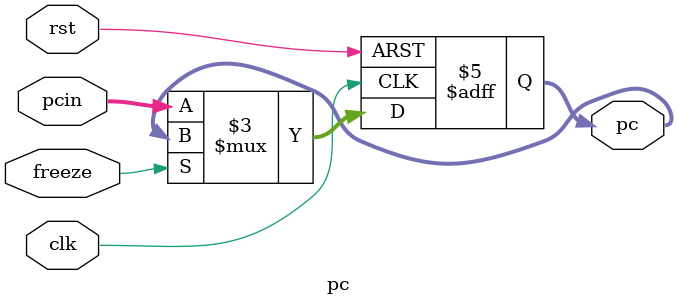
<source format=v>
module pc(input [31:0]pcin,input clk,rst,freeze,output reg[31:0]pc);
always @(posedge clk , posedge rst)begin 
if(rst)pc<=32'd0;
else if (~freeze)pc<=pcin;
end
endmodule
</source>
